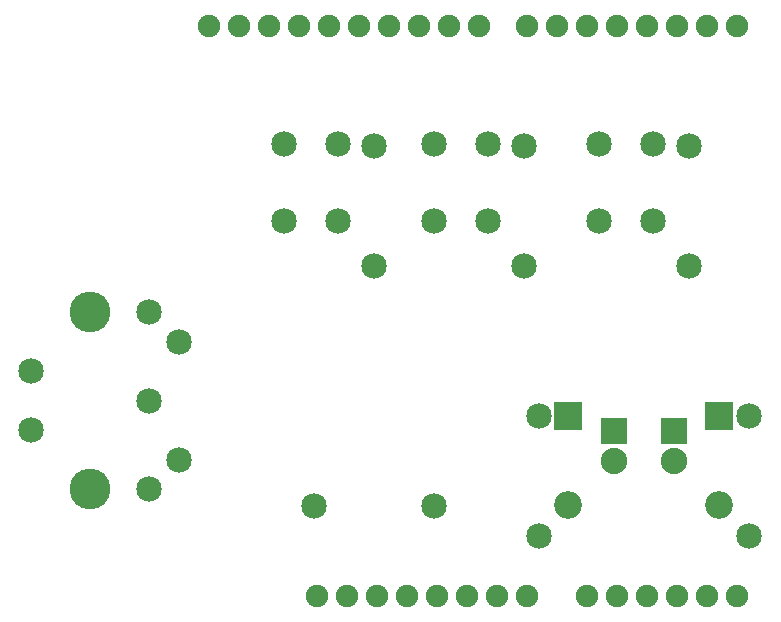
<source format=gbs>
G04 MADE WITH FRITZING*
G04 WWW.FRITZING.ORG*
G04 DOUBLE SIDED*
G04 HOLES PLATED*
G04 CONTOUR ON CENTER OF CONTOUR VECTOR*
%FSLAX26Y26*%
%MOIN*%
%ADD10C,0.075278*%
%ADD11C,0.088000*%
%ADD12C,0.085000*%
%ADD13C,0.092000*%
%ADD14C,0.136000*%
%ADD15R,0.088000X0.088000*%
%ADD16R,0.092000X0.092000*%
G04 MASK0*
%FSLAX26Y26*%
%MOIN*%
D10*
X2108180Y104040D03*
X2208160Y104040D03*
X2308200Y104040D03*
X2408190Y104040D03*
X2508190Y104040D03*
X1648160Y2004040D03*
X1548190Y2004040D03*
X1448180Y2004040D03*
X1348180Y2004040D03*
X1248180Y2004040D03*
X1148180Y2004040D03*
X1048180Y2004040D03*
X948173Y2004040D03*
X848173Y2004040D03*
X748159Y2004040D03*
X2508190Y2004040D03*
X2408190Y2004040D03*
X2308200Y2004040D03*
X2208160Y2004040D03*
X2108180Y2004040D03*
X2008190Y2004040D03*
X1908190Y2004040D03*
X1808180Y2004040D03*
X1208180Y104040D03*
X1108180Y104040D03*
X1308180Y104040D03*
X1408190Y104040D03*
X1508190Y104040D03*
X1608180Y104040D03*
X1708160Y104040D03*
X1808180Y104040D03*
X2008190Y104040D03*
D11*
X2098170Y654040D03*
X2098170Y554040D03*
X2298170Y654040D03*
X2298170Y554040D03*
D12*
X2348170Y1604040D03*
X2348170Y1204040D03*
X1798170Y1604040D03*
X1798170Y1204040D03*
X1298170Y1604040D03*
X1298170Y1204040D03*
X1848170Y704040D03*
X1848170Y304040D03*
X2548170Y704040D03*
X2548170Y304040D03*
D13*
X1942800Y704200D03*
X1942800Y406200D03*
X2448170Y704040D03*
X2448170Y406040D03*
D12*
X1175340Y1609952D03*
X1175340Y1354042D03*
X998168Y1609952D03*
X998168Y1354042D03*
X1675340Y1609952D03*
X1675340Y1354042D03*
X1498170Y1609952D03*
X1498170Y1354042D03*
X2225340Y1609952D03*
X2225340Y1354042D03*
X2048170Y1609952D03*
X2048170Y1354042D03*
X548173Y1049320D03*
X646593Y950890D03*
X548173Y754050D03*
X646593Y557200D03*
X548173Y458780D03*
X154473Y852470D03*
D14*
X351323Y458780D03*
X351323Y1049320D03*
D12*
X154473Y655620D03*
X1098170Y404040D03*
X1498170Y404040D03*
D15*
X2098170Y654040D03*
X2298170Y654040D03*
D16*
X1942800Y705200D03*
X2448170Y705040D03*
G04 End of Mask0*
M02*
</source>
